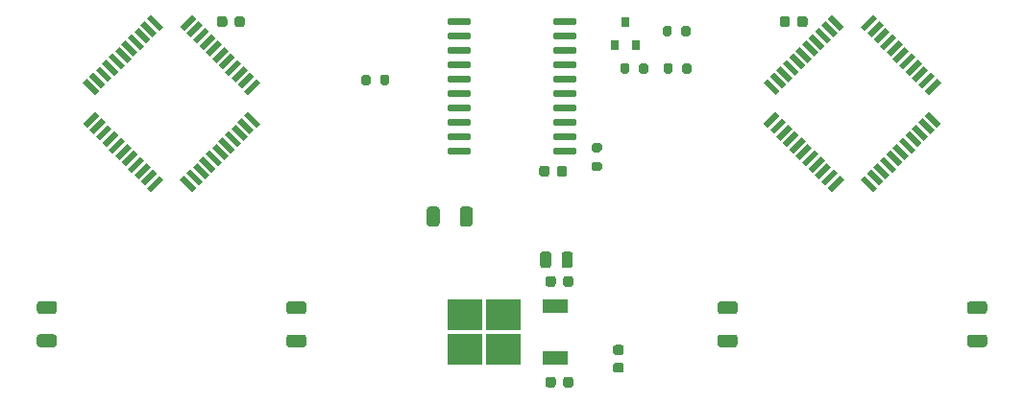
<source format=gbr>
G04 #@! TF.GenerationSoftware,KiCad,Pcbnew,(5.1.8)-1*
G04 #@! TF.CreationDate,2020-11-08T19:12:23+01:00*
G04 #@! TF.ProjectId,MainBoard,4d61696e-426f-4617-9264-2e6b69636164,rev?*
G04 #@! TF.SameCoordinates,Original*
G04 #@! TF.FileFunction,Paste,Top*
G04 #@! TF.FilePolarity,Positive*
%FSLAX46Y46*%
G04 Gerber Fmt 4.6, Leading zero omitted, Abs format (unit mm)*
G04 Created by KiCad (PCBNEW (5.1.8)-1) date 2020-11-08 19:12:23*
%MOMM*%
%LPD*%
G01*
G04 APERTURE LIST*
%ADD10R,3.050000X2.750000*%
%ADD11R,2.200000X1.200000*%
%ADD12R,0.800000X0.900000*%
%ADD13C,0.100000*%
G04 APERTURE END LIST*
G36*
G01*
X84094000Y-23347000D02*
X84094000Y-23897000D01*
G75*
G02*
X83894000Y-24097000I-200000J0D01*
G01*
X83494000Y-24097000D01*
G75*
G02*
X83294000Y-23897000I0J200000D01*
G01*
X83294000Y-23347000D01*
G75*
G02*
X83494000Y-23147000I200000J0D01*
G01*
X83894000Y-23147000D01*
G75*
G02*
X84094000Y-23347000I0J-200000D01*
G01*
G37*
G36*
G01*
X85744000Y-23347000D02*
X85744000Y-23897000D01*
G75*
G02*
X85544000Y-24097000I-200000J0D01*
G01*
X85144000Y-24097000D01*
G75*
G02*
X84944000Y-23897000I0J200000D01*
G01*
X84944000Y-23347000D01*
G75*
G02*
X85144000Y-23147000I200000J0D01*
G01*
X85544000Y-23147000D01*
G75*
G02*
X85744000Y-23347000I0J-200000D01*
G01*
G37*
G36*
G01*
X79118750Y-52902500D02*
X79631250Y-52902500D01*
G75*
G02*
X79850000Y-53121250I0J-218750D01*
G01*
X79850000Y-53558750D01*
G75*
G02*
X79631250Y-53777500I-218750J0D01*
G01*
X79118750Y-53777500D01*
G75*
G02*
X78900000Y-53558750I0J218750D01*
G01*
X78900000Y-53121250D01*
G75*
G02*
X79118750Y-52902500I218750J0D01*
G01*
G37*
G36*
G01*
X79118750Y-51327500D02*
X79631250Y-51327500D01*
G75*
G02*
X79850000Y-51546250I0J-218750D01*
G01*
X79850000Y-51983750D01*
G75*
G02*
X79631250Y-52202500I-218750J0D01*
G01*
X79118750Y-52202500D01*
G75*
G02*
X78900000Y-51983750I0J218750D01*
G01*
X78900000Y-51546250D01*
G75*
G02*
X79118750Y-51327500I218750J0D01*
G01*
G37*
G36*
G01*
X77195000Y-35160000D02*
X77745000Y-35160000D01*
G75*
G02*
X77945000Y-35360000I0J-200000D01*
G01*
X77945000Y-35760000D01*
G75*
G02*
X77745000Y-35960000I-200000J0D01*
G01*
X77195000Y-35960000D01*
G75*
G02*
X76995000Y-35760000I0J200000D01*
G01*
X76995000Y-35360000D01*
G75*
G02*
X77195000Y-35160000I200000J0D01*
G01*
G37*
G36*
G01*
X77195000Y-33510000D02*
X77745000Y-33510000D01*
G75*
G02*
X77945000Y-33710000I0J-200000D01*
G01*
X77945000Y-34110000D01*
G75*
G02*
X77745000Y-34310000I-200000J0D01*
G01*
X77195000Y-34310000D01*
G75*
G02*
X76995000Y-34110000I0J200000D01*
G01*
X76995000Y-33710000D01*
G75*
G02*
X77195000Y-33510000I200000J0D01*
G01*
G37*
G36*
G01*
X58400000Y-28215000D02*
X58400000Y-27665000D01*
G75*
G02*
X58600000Y-27465000I200000J0D01*
G01*
X59000000Y-27465000D01*
G75*
G02*
X59200000Y-27665000I0J-200000D01*
G01*
X59200000Y-28215000D01*
G75*
G02*
X59000000Y-28415000I-200000J0D01*
G01*
X58600000Y-28415000D01*
G75*
G02*
X58400000Y-28215000I0J200000D01*
G01*
G37*
G36*
G01*
X56750000Y-28215000D02*
X56750000Y-27665000D01*
G75*
G02*
X56950000Y-27465000I200000J0D01*
G01*
X57350000Y-27465000D01*
G75*
G02*
X57550000Y-27665000I0J-200000D01*
G01*
X57550000Y-28215000D01*
G75*
G02*
X57350000Y-28415000I-200000J0D01*
G01*
X56950000Y-28415000D01*
G75*
G02*
X56750000Y-28215000I0J200000D01*
G01*
G37*
D10*
X69215000Y-48640000D03*
X65865000Y-51690000D03*
X69215000Y-51690000D03*
X65865000Y-48640000D03*
D11*
X73840000Y-47885000D03*
X73840000Y-52445000D03*
G36*
G01*
X73856000Y-54360000D02*
X73856000Y-54860000D01*
G75*
G02*
X73631000Y-55085000I-225000J0D01*
G01*
X73181000Y-55085000D01*
G75*
G02*
X72956000Y-54860000I0J225000D01*
G01*
X72956000Y-54360000D01*
G75*
G02*
X73181000Y-54135000I225000J0D01*
G01*
X73631000Y-54135000D01*
G75*
G02*
X73856000Y-54360000I0J-225000D01*
G01*
G37*
G36*
G01*
X75406000Y-54360000D02*
X75406000Y-54860000D01*
G75*
G02*
X75181000Y-55085000I-225000J0D01*
G01*
X74731000Y-55085000D01*
G75*
G02*
X74506000Y-54860000I0J225000D01*
G01*
X74506000Y-54360000D01*
G75*
G02*
X74731000Y-54135000I225000J0D01*
G01*
X75181000Y-54135000D01*
G75*
G02*
X75406000Y-54360000I0J-225000D01*
G01*
G37*
G36*
G01*
X65412500Y-40625001D02*
X65412500Y-39374999D01*
G75*
G02*
X65662499Y-39125000I249999J0D01*
G01*
X66287501Y-39125000D01*
G75*
G02*
X66537500Y-39374999I0J-249999D01*
G01*
X66537500Y-40625001D01*
G75*
G02*
X66287501Y-40875000I-249999J0D01*
G01*
X65662499Y-40875000D01*
G75*
G02*
X65412500Y-40625001I0J249999D01*
G01*
G37*
G36*
G01*
X62487500Y-40625001D02*
X62487500Y-39374999D01*
G75*
G02*
X62737499Y-39125000I249999J0D01*
G01*
X63362501Y-39125000D01*
G75*
G02*
X63612500Y-39374999I0J-249999D01*
G01*
X63612500Y-40625001D01*
G75*
G02*
X63362501Y-40875000I-249999J0D01*
G01*
X62737499Y-40875000D01*
G75*
G02*
X62487500Y-40625001I0J249999D01*
G01*
G37*
G36*
G01*
X84157000Y-26649000D02*
X84157000Y-27199000D01*
G75*
G02*
X83957000Y-27399000I-200000J0D01*
G01*
X83557000Y-27399000D01*
G75*
G02*
X83357000Y-27199000I0J200000D01*
G01*
X83357000Y-26649000D01*
G75*
G02*
X83557000Y-26449000I200000J0D01*
G01*
X83957000Y-26449000D01*
G75*
G02*
X84157000Y-26649000I0J-200000D01*
G01*
G37*
G36*
G01*
X85807000Y-26649000D02*
X85807000Y-27199000D01*
G75*
G02*
X85607000Y-27399000I-200000J0D01*
G01*
X85207000Y-27399000D01*
G75*
G02*
X85007000Y-27199000I0J200000D01*
G01*
X85007000Y-26649000D01*
G75*
G02*
X85207000Y-26449000I200000J0D01*
G01*
X85607000Y-26449000D01*
G75*
G02*
X85807000Y-26649000I0J-200000D01*
G01*
G37*
G36*
G01*
X111625001Y-48600000D02*
X110374999Y-48600000D01*
G75*
G02*
X110125000Y-48350001I0J249999D01*
G01*
X110125000Y-47724999D01*
G75*
G02*
X110374999Y-47475000I249999J0D01*
G01*
X111625001Y-47475000D01*
G75*
G02*
X111875000Y-47724999I0J-249999D01*
G01*
X111875000Y-48350001D01*
G75*
G02*
X111625001Y-48600000I-249999J0D01*
G01*
G37*
G36*
G01*
X111625001Y-51525000D02*
X110374999Y-51525000D01*
G75*
G02*
X110125000Y-51275001I0J249999D01*
G01*
X110125000Y-50649999D01*
G75*
G02*
X110374999Y-50400000I249999J0D01*
G01*
X111625001Y-50400000D01*
G75*
G02*
X111875000Y-50649999I0J-249999D01*
G01*
X111875000Y-51275001D01*
G75*
G02*
X111625001Y-51525000I-249999J0D01*
G01*
G37*
G36*
G01*
X89625001Y-48600000D02*
X88374999Y-48600000D01*
G75*
G02*
X88125000Y-48350001I0J249999D01*
G01*
X88125000Y-47724999D01*
G75*
G02*
X88374999Y-47475000I249999J0D01*
G01*
X89625001Y-47475000D01*
G75*
G02*
X89875000Y-47724999I0J-249999D01*
G01*
X89875000Y-48350001D01*
G75*
G02*
X89625001Y-48600000I-249999J0D01*
G01*
G37*
G36*
G01*
X89625001Y-51525000D02*
X88374999Y-51525000D01*
G75*
G02*
X88125000Y-51275001I0J249999D01*
G01*
X88125000Y-50649999D01*
G75*
G02*
X88374999Y-50400000I249999J0D01*
G01*
X89625001Y-50400000D01*
G75*
G02*
X89875000Y-50649999I0J-249999D01*
G01*
X89875000Y-51275001D01*
G75*
G02*
X89625001Y-51525000I-249999J0D01*
G01*
G37*
G36*
G01*
X51625001Y-48600000D02*
X50374999Y-48600000D01*
G75*
G02*
X50125000Y-48350001I0J249999D01*
G01*
X50125000Y-47724999D01*
G75*
G02*
X50374999Y-47475000I249999J0D01*
G01*
X51625001Y-47475000D01*
G75*
G02*
X51875000Y-47724999I0J-249999D01*
G01*
X51875000Y-48350001D01*
G75*
G02*
X51625001Y-48600000I-249999J0D01*
G01*
G37*
G36*
G01*
X51625001Y-51525000D02*
X50374999Y-51525000D01*
G75*
G02*
X50125000Y-51275001I0J249999D01*
G01*
X50125000Y-50649999D01*
G75*
G02*
X50374999Y-50400000I249999J0D01*
G01*
X51625001Y-50400000D01*
G75*
G02*
X51875000Y-50649999I0J-249999D01*
G01*
X51875000Y-51275001D01*
G75*
G02*
X51625001Y-51525000I-249999J0D01*
G01*
G37*
G36*
G01*
X29625001Y-48587500D02*
X28374999Y-48587500D01*
G75*
G02*
X28125000Y-48337501I0J249999D01*
G01*
X28125000Y-47712499D01*
G75*
G02*
X28374999Y-47462500I249999J0D01*
G01*
X29625001Y-47462500D01*
G75*
G02*
X29875000Y-47712499I0J-249999D01*
G01*
X29875000Y-48337501D01*
G75*
G02*
X29625001Y-48587500I-249999J0D01*
G01*
G37*
G36*
G01*
X29625001Y-51512500D02*
X28374999Y-51512500D01*
G75*
G02*
X28125000Y-51262501I0J249999D01*
G01*
X28125000Y-50637499D01*
G75*
G02*
X28374999Y-50387500I249999J0D01*
G01*
X29625001Y-50387500D01*
G75*
G02*
X29875000Y-50637499I0J-249999D01*
G01*
X29875000Y-51262501D01*
G75*
G02*
X29625001Y-51512500I-249999J0D01*
G01*
G37*
G36*
G01*
X73464000Y-43340000D02*
X73464000Y-44290000D01*
G75*
G02*
X73214000Y-44540000I-250000J0D01*
G01*
X72714000Y-44540000D01*
G75*
G02*
X72464000Y-44290000I0J250000D01*
G01*
X72464000Y-43340000D01*
G75*
G02*
X72714000Y-43090000I250000J0D01*
G01*
X73214000Y-43090000D01*
G75*
G02*
X73464000Y-43340000I0J-250000D01*
G01*
G37*
G36*
G01*
X75364000Y-43340000D02*
X75364000Y-44290000D01*
G75*
G02*
X75114000Y-44540000I-250000J0D01*
G01*
X74614000Y-44540000D01*
G75*
G02*
X74364000Y-44290000I0J250000D01*
G01*
X74364000Y-43340000D01*
G75*
G02*
X74614000Y-43090000I250000J0D01*
G01*
X75114000Y-43090000D01*
G75*
G02*
X75364000Y-43340000I0J-250000D01*
G01*
G37*
G36*
G01*
X73856000Y-45470000D02*
X73856000Y-45970000D01*
G75*
G02*
X73631000Y-46195000I-225000J0D01*
G01*
X73181000Y-46195000D01*
G75*
G02*
X72956000Y-45970000I0J225000D01*
G01*
X72956000Y-45470000D01*
G75*
G02*
X73181000Y-45245000I225000J0D01*
G01*
X73631000Y-45245000D01*
G75*
G02*
X73856000Y-45470000I0J-225000D01*
G01*
G37*
G36*
G01*
X75406000Y-45470000D02*
X75406000Y-45970000D01*
G75*
G02*
X75181000Y-46195000I-225000J0D01*
G01*
X74731000Y-46195000D01*
G75*
G02*
X74506000Y-45970000I0J225000D01*
G01*
X74506000Y-45470000D01*
G75*
G02*
X74731000Y-45245000I225000J0D01*
G01*
X75181000Y-45245000D01*
G75*
G02*
X75406000Y-45470000I0J-225000D01*
G01*
G37*
G36*
G01*
X45550000Y-23050000D02*
X45550000Y-22550000D01*
G75*
G02*
X45775000Y-22325000I225000J0D01*
G01*
X46225000Y-22325000D01*
G75*
G02*
X46450000Y-22550000I0J-225000D01*
G01*
X46450000Y-23050000D01*
G75*
G02*
X46225000Y-23275000I-225000J0D01*
G01*
X45775000Y-23275000D01*
G75*
G02*
X45550000Y-23050000I0J225000D01*
G01*
G37*
G36*
G01*
X44000000Y-23050000D02*
X44000000Y-22550000D01*
G75*
G02*
X44225000Y-22325000I225000J0D01*
G01*
X44675000Y-22325000D01*
G75*
G02*
X44900000Y-22550000I0J-225000D01*
G01*
X44900000Y-23050000D01*
G75*
G02*
X44675000Y-23275000I-225000J0D01*
G01*
X44225000Y-23275000D01*
G75*
G02*
X44000000Y-23050000I0J225000D01*
G01*
G37*
G36*
G01*
X95150000Y-23050000D02*
X95150000Y-22550000D01*
G75*
G02*
X95375000Y-22325000I225000J0D01*
G01*
X95825000Y-22325000D01*
G75*
G02*
X96050000Y-22550000I0J-225000D01*
G01*
X96050000Y-23050000D01*
G75*
G02*
X95825000Y-23275000I-225000J0D01*
G01*
X95375000Y-23275000D01*
G75*
G02*
X95150000Y-23050000I0J225000D01*
G01*
G37*
G36*
G01*
X93600000Y-23050000D02*
X93600000Y-22550000D01*
G75*
G02*
X93825000Y-22325000I225000J0D01*
G01*
X94275000Y-22325000D01*
G75*
G02*
X94500000Y-22550000I0J-225000D01*
G01*
X94500000Y-23050000D01*
G75*
G02*
X94275000Y-23275000I-225000J0D01*
G01*
X93825000Y-23275000D01*
G75*
G02*
X93600000Y-23050000I0J225000D01*
G01*
G37*
G36*
G01*
X73300000Y-35750000D02*
X73300000Y-36250000D01*
G75*
G02*
X73075000Y-36475000I-225000J0D01*
G01*
X72625000Y-36475000D01*
G75*
G02*
X72400000Y-36250000I0J225000D01*
G01*
X72400000Y-35750000D01*
G75*
G02*
X72625000Y-35525000I225000J0D01*
G01*
X73075000Y-35525000D01*
G75*
G02*
X73300000Y-35750000I0J-225000D01*
G01*
G37*
G36*
G01*
X74850000Y-35750000D02*
X74850000Y-36250000D01*
G75*
G02*
X74625000Y-36475000I-225000J0D01*
G01*
X74175000Y-36475000D01*
G75*
G02*
X73950000Y-36250000I0J225000D01*
G01*
X73950000Y-35750000D01*
G75*
G02*
X74175000Y-35525000I225000J0D01*
G01*
X74625000Y-35525000D01*
G75*
G02*
X74850000Y-35750000I0J-225000D01*
G01*
G37*
G36*
G01*
X80347000Y-26649000D02*
X80347000Y-27199000D01*
G75*
G02*
X80147000Y-27399000I-200000J0D01*
G01*
X79747000Y-27399000D01*
G75*
G02*
X79547000Y-27199000I0J200000D01*
G01*
X79547000Y-26649000D01*
G75*
G02*
X79747000Y-26449000I200000J0D01*
G01*
X80147000Y-26449000D01*
G75*
G02*
X80347000Y-26649000I0J-200000D01*
G01*
G37*
G36*
G01*
X81997000Y-26649000D02*
X81997000Y-27199000D01*
G75*
G02*
X81797000Y-27399000I-200000J0D01*
G01*
X81397000Y-27399000D01*
G75*
G02*
X81197000Y-27199000I0J200000D01*
G01*
X81197000Y-26649000D01*
G75*
G02*
X81397000Y-26449000I200000J0D01*
G01*
X81797000Y-26449000D01*
G75*
G02*
X81997000Y-26649000I0J-200000D01*
G01*
G37*
D12*
X80010000Y-22876000D03*
X80960000Y-24876000D03*
X79060000Y-24876000D03*
G36*
G01*
X66375000Y-34065000D02*
X66375000Y-34365000D01*
G75*
G02*
X66225000Y-34515000I-150000J0D01*
G01*
X64475000Y-34515000D01*
G75*
G02*
X64325000Y-34365000I0J150000D01*
G01*
X64325000Y-34065000D01*
G75*
G02*
X64475000Y-33915000I150000J0D01*
G01*
X66225000Y-33915000D01*
G75*
G02*
X66375000Y-34065000I0J-150000D01*
G01*
G37*
G36*
G01*
X66375000Y-32795000D02*
X66375000Y-33095000D01*
G75*
G02*
X66225000Y-33245000I-150000J0D01*
G01*
X64475000Y-33245000D01*
G75*
G02*
X64325000Y-33095000I0J150000D01*
G01*
X64325000Y-32795000D01*
G75*
G02*
X64475000Y-32645000I150000J0D01*
G01*
X66225000Y-32645000D01*
G75*
G02*
X66375000Y-32795000I0J-150000D01*
G01*
G37*
G36*
G01*
X66375000Y-31525000D02*
X66375000Y-31825000D01*
G75*
G02*
X66225000Y-31975000I-150000J0D01*
G01*
X64475000Y-31975000D01*
G75*
G02*
X64325000Y-31825000I0J150000D01*
G01*
X64325000Y-31525000D01*
G75*
G02*
X64475000Y-31375000I150000J0D01*
G01*
X66225000Y-31375000D01*
G75*
G02*
X66375000Y-31525000I0J-150000D01*
G01*
G37*
G36*
G01*
X66375000Y-30255000D02*
X66375000Y-30555000D01*
G75*
G02*
X66225000Y-30705000I-150000J0D01*
G01*
X64475000Y-30705000D01*
G75*
G02*
X64325000Y-30555000I0J150000D01*
G01*
X64325000Y-30255000D01*
G75*
G02*
X64475000Y-30105000I150000J0D01*
G01*
X66225000Y-30105000D01*
G75*
G02*
X66375000Y-30255000I0J-150000D01*
G01*
G37*
G36*
G01*
X66375000Y-28985000D02*
X66375000Y-29285000D01*
G75*
G02*
X66225000Y-29435000I-150000J0D01*
G01*
X64475000Y-29435000D01*
G75*
G02*
X64325000Y-29285000I0J150000D01*
G01*
X64325000Y-28985000D01*
G75*
G02*
X64475000Y-28835000I150000J0D01*
G01*
X66225000Y-28835000D01*
G75*
G02*
X66375000Y-28985000I0J-150000D01*
G01*
G37*
G36*
G01*
X66375000Y-27715000D02*
X66375000Y-28015000D01*
G75*
G02*
X66225000Y-28165000I-150000J0D01*
G01*
X64475000Y-28165000D01*
G75*
G02*
X64325000Y-28015000I0J150000D01*
G01*
X64325000Y-27715000D01*
G75*
G02*
X64475000Y-27565000I150000J0D01*
G01*
X66225000Y-27565000D01*
G75*
G02*
X66375000Y-27715000I0J-150000D01*
G01*
G37*
G36*
G01*
X66375000Y-26445000D02*
X66375000Y-26745000D01*
G75*
G02*
X66225000Y-26895000I-150000J0D01*
G01*
X64475000Y-26895000D01*
G75*
G02*
X64325000Y-26745000I0J150000D01*
G01*
X64325000Y-26445000D01*
G75*
G02*
X64475000Y-26295000I150000J0D01*
G01*
X66225000Y-26295000D01*
G75*
G02*
X66375000Y-26445000I0J-150000D01*
G01*
G37*
G36*
G01*
X66375000Y-25175000D02*
X66375000Y-25475000D01*
G75*
G02*
X66225000Y-25625000I-150000J0D01*
G01*
X64475000Y-25625000D01*
G75*
G02*
X64325000Y-25475000I0J150000D01*
G01*
X64325000Y-25175000D01*
G75*
G02*
X64475000Y-25025000I150000J0D01*
G01*
X66225000Y-25025000D01*
G75*
G02*
X66375000Y-25175000I0J-150000D01*
G01*
G37*
G36*
G01*
X66375000Y-23905000D02*
X66375000Y-24205000D01*
G75*
G02*
X66225000Y-24355000I-150000J0D01*
G01*
X64475000Y-24355000D01*
G75*
G02*
X64325000Y-24205000I0J150000D01*
G01*
X64325000Y-23905000D01*
G75*
G02*
X64475000Y-23755000I150000J0D01*
G01*
X66225000Y-23755000D01*
G75*
G02*
X66375000Y-23905000I0J-150000D01*
G01*
G37*
G36*
G01*
X66375000Y-22635000D02*
X66375000Y-22935000D01*
G75*
G02*
X66225000Y-23085000I-150000J0D01*
G01*
X64475000Y-23085000D01*
G75*
G02*
X64325000Y-22935000I0J150000D01*
G01*
X64325000Y-22635000D01*
G75*
G02*
X64475000Y-22485000I150000J0D01*
G01*
X66225000Y-22485000D01*
G75*
G02*
X66375000Y-22635000I0J-150000D01*
G01*
G37*
G36*
G01*
X75675000Y-22635000D02*
X75675000Y-22935000D01*
G75*
G02*
X75525000Y-23085000I-150000J0D01*
G01*
X73775000Y-23085000D01*
G75*
G02*
X73625000Y-22935000I0J150000D01*
G01*
X73625000Y-22635000D01*
G75*
G02*
X73775000Y-22485000I150000J0D01*
G01*
X75525000Y-22485000D01*
G75*
G02*
X75675000Y-22635000I0J-150000D01*
G01*
G37*
G36*
G01*
X75675000Y-23905000D02*
X75675000Y-24205000D01*
G75*
G02*
X75525000Y-24355000I-150000J0D01*
G01*
X73775000Y-24355000D01*
G75*
G02*
X73625000Y-24205000I0J150000D01*
G01*
X73625000Y-23905000D01*
G75*
G02*
X73775000Y-23755000I150000J0D01*
G01*
X75525000Y-23755000D01*
G75*
G02*
X75675000Y-23905000I0J-150000D01*
G01*
G37*
G36*
G01*
X75675000Y-25175000D02*
X75675000Y-25475000D01*
G75*
G02*
X75525000Y-25625000I-150000J0D01*
G01*
X73775000Y-25625000D01*
G75*
G02*
X73625000Y-25475000I0J150000D01*
G01*
X73625000Y-25175000D01*
G75*
G02*
X73775000Y-25025000I150000J0D01*
G01*
X75525000Y-25025000D01*
G75*
G02*
X75675000Y-25175000I0J-150000D01*
G01*
G37*
G36*
G01*
X75675000Y-26445000D02*
X75675000Y-26745000D01*
G75*
G02*
X75525000Y-26895000I-150000J0D01*
G01*
X73775000Y-26895000D01*
G75*
G02*
X73625000Y-26745000I0J150000D01*
G01*
X73625000Y-26445000D01*
G75*
G02*
X73775000Y-26295000I150000J0D01*
G01*
X75525000Y-26295000D01*
G75*
G02*
X75675000Y-26445000I0J-150000D01*
G01*
G37*
G36*
G01*
X75675000Y-27715000D02*
X75675000Y-28015000D01*
G75*
G02*
X75525000Y-28165000I-150000J0D01*
G01*
X73775000Y-28165000D01*
G75*
G02*
X73625000Y-28015000I0J150000D01*
G01*
X73625000Y-27715000D01*
G75*
G02*
X73775000Y-27565000I150000J0D01*
G01*
X75525000Y-27565000D01*
G75*
G02*
X75675000Y-27715000I0J-150000D01*
G01*
G37*
G36*
G01*
X75675000Y-28985000D02*
X75675000Y-29285000D01*
G75*
G02*
X75525000Y-29435000I-150000J0D01*
G01*
X73775000Y-29435000D01*
G75*
G02*
X73625000Y-29285000I0J150000D01*
G01*
X73625000Y-28985000D01*
G75*
G02*
X73775000Y-28835000I150000J0D01*
G01*
X75525000Y-28835000D01*
G75*
G02*
X75675000Y-28985000I0J-150000D01*
G01*
G37*
G36*
G01*
X75675000Y-30255000D02*
X75675000Y-30555000D01*
G75*
G02*
X75525000Y-30705000I-150000J0D01*
G01*
X73775000Y-30705000D01*
G75*
G02*
X73625000Y-30555000I0J150000D01*
G01*
X73625000Y-30255000D01*
G75*
G02*
X73775000Y-30105000I150000J0D01*
G01*
X75525000Y-30105000D01*
G75*
G02*
X75675000Y-30255000I0J-150000D01*
G01*
G37*
G36*
G01*
X75675000Y-31525000D02*
X75675000Y-31825000D01*
G75*
G02*
X75525000Y-31975000I-150000J0D01*
G01*
X73775000Y-31975000D01*
G75*
G02*
X73625000Y-31825000I0J150000D01*
G01*
X73625000Y-31525000D01*
G75*
G02*
X73775000Y-31375000I150000J0D01*
G01*
X75525000Y-31375000D01*
G75*
G02*
X75675000Y-31525000I0J-150000D01*
G01*
G37*
G36*
G01*
X75675000Y-32795000D02*
X75675000Y-33095000D01*
G75*
G02*
X75525000Y-33245000I-150000J0D01*
G01*
X73775000Y-33245000D01*
G75*
G02*
X73625000Y-33095000I0J150000D01*
G01*
X73625000Y-32795000D01*
G75*
G02*
X73775000Y-32645000I150000J0D01*
G01*
X75525000Y-32645000D01*
G75*
G02*
X75675000Y-32795000I0J-150000D01*
G01*
G37*
G36*
G01*
X75675000Y-34065000D02*
X75675000Y-34365000D01*
G75*
G02*
X75525000Y-34515000I-150000J0D01*
G01*
X73775000Y-34515000D01*
G75*
G02*
X73625000Y-34365000I0J150000D01*
G01*
X73625000Y-34065000D01*
G75*
G02*
X73775000Y-33915000I150000J0D01*
G01*
X75525000Y-33915000D01*
G75*
G02*
X75675000Y-34065000I0J-150000D01*
G01*
G37*
D13*
G36*
X99264609Y-36759941D02*
G01*
X98203949Y-37820601D01*
X97836253Y-37452905D01*
X98896913Y-36392245D01*
X99264609Y-36759941D01*
G37*
G36*
X98698924Y-36194256D02*
G01*
X97638264Y-37254916D01*
X97270568Y-36887220D01*
X98331228Y-35826560D01*
X98698924Y-36194256D01*
G37*
G36*
X98133238Y-35628570D02*
G01*
X97072578Y-36689230D01*
X96704882Y-36321534D01*
X97765542Y-35260874D01*
X98133238Y-35628570D01*
G37*
G36*
X97567553Y-35062885D02*
G01*
X96506893Y-36123545D01*
X96139197Y-35755849D01*
X97199857Y-34695189D01*
X97567553Y-35062885D01*
G37*
G36*
X97001867Y-34497199D02*
G01*
X95941207Y-35557859D01*
X95573511Y-35190163D01*
X96634171Y-34129503D01*
X97001867Y-34497199D01*
G37*
G36*
X96436182Y-33931514D02*
G01*
X95375522Y-34992174D01*
X95007826Y-34624478D01*
X96068486Y-33563818D01*
X96436182Y-33931514D01*
G37*
G36*
X95870497Y-33365829D02*
G01*
X94809837Y-34426489D01*
X94442141Y-34058793D01*
X95502801Y-32998133D01*
X95870497Y-33365829D01*
G37*
G36*
X95304811Y-32800143D02*
G01*
X94244151Y-33860803D01*
X93876455Y-33493107D01*
X94937115Y-32432447D01*
X95304811Y-32800143D01*
G37*
G36*
X94739126Y-32234458D02*
G01*
X93678466Y-33295118D01*
X93310770Y-32927422D01*
X94371430Y-31866762D01*
X94739126Y-32234458D01*
G37*
G36*
X94173440Y-31668772D02*
G01*
X93112780Y-32729432D01*
X92745084Y-32361736D01*
X93805744Y-31301076D01*
X94173440Y-31668772D01*
G37*
G36*
X93607755Y-31103087D02*
G01*
X92547095Y-32163747D01*
X92179399Y-31796051D01*
X93240059Y-30735391D01*
X93607755Y-31103087D01*
G37*
G36*
X93607755Y-28896913D02*
G01*
X93240059Y-29264609D01*
X92179399Y-28203949D01*
X92547095Y-27836253D01*
X93607755Y-28896913D01*
G37*
G36*
X94173440Y-28331228D02*
G01*
X93805744Y-28698924D01*
X92745084Y-27638264D01*
X93112780Y-27270568D01*
X94173440Y-28331228D01*
G37*
G36*
X94739126Y-27765542D02*
G01*
X94371430Y-28133238D01*
X93310770Y-27072578D01*
X93678466Y-26704882D01*
X94739126Y-27765542D01*
G37*
G36*
X95304811Y-27199857D02*
G01*
X94937115Y-27567553D01*
X93876455Y-26506893D01*
X94244151Y-26139197D01*
X95304811Y-27199857D01*
G37*
G36*
X95870497Y-26634171D02*
G01*
X95502801Y-27001867D01*
X94442141Y-25941207D01*
X94809837Y-25573511D01*
X95870497Y-26634171D01*
G37*
G36*
X96436182Y-26068486D02*
G01*
X96068486Y-26436182D01*
X95007826Y-25375522D01*
X95375522Y-25007826D01*
X96436182Y-26068486D01*
G37*
G36*
X97001867Y-25502801D02*
G01*
X96634171Y-25870497D01*
X95573511Y-24809837D01*
X95941207Y-24442141D01*
X97001867Y-25502801D01*
G37*
G36*
X97567553Y-24937115D02*
G01*
X97199857Y-25304811D01*
X96139197Y-24244151D01*
X96506893Y-23876455D01*
X97567553Y-24937115D01*
G37*
G36*
X98133238Y-24371430D02*
G01*
X97765542Y-24739126D01*
X96704882Y-23678466D01*
X97072578Y-23310770D01*
X98133238Y-24371430D01*
G37*
G36*
X98698924Y-23805744D02*
G01*
X98331228Y-24173440D01*
X97270568Y-23112780D01*
X97638264Y-22745084D01*
X98698924Y-23805744D01*
G37*
G36*
X99264609Y-23240059D02*
G01*
X98896913Y-23607755D01*
X97836253Y-22547095D01*
X98203949Y-22179399D01*
X99264609Y-23240059D01*
G37*
G36*
X102163747Y-22547095D02*
G01*
X101103087Y-23607755D01*
X100735391Y-23240059D01*
X101796051Y-22179399D01*
X102163747Y-22547095D01*
G37*
G36*
X102729432Y-23112780D02*
G01*
X101668772Y-24173440D01*
X101301076Y-23805744D01*
X102361736Y-22745084D01*
X102729432Y-23112780D01*
G37*
G36*
X103295118Y-23678466D02*
G01*
X102234458Y-24739126D01*
X101866762Y-24371430D01*
X102927422Y-23310770D01*
X103295118Y-23678466D01*
G37*
G36*
X103860803Y-24244151D02*
G01*
X102800143Y-25304811D01*
X102432447Y-24937115D01*
X103493107Y-23876455D01*
X103860803Y-24244151D01*
G37*
G36*
X104426489Y-24809837D02*
G01*
X103365829Y-25870497D01*
X102998133Y-25502801D01*
X104058793Y-24442141D01*
X104426489Y-24809837D01*
G37*
G36*
X104992174Y-25375522D02*
G01*
X103931514Y-26436182D01*
X103563818Y-26068486D01*
X104624478Y-25007826D01*
X104992174Y-25375522D01*
G37*
G36*
X105557859Y-25941207D02*
G01*
X104497199Y-27001867D01*
X104129503Y-26634171D01*
X105190163Y-25573511D01*
X105557859Y-25941207D01*
G37*
G36*
X106123545Y-26506893D02*
G01*
X105062885Y-27567553D01*
X104695189Y-27199857D01*
X105755849Y-26139197D01*
X106123545Y-26506893D01*
G37*
G36*
X106689230Y-27072578D02*
G01*
X105628570Y-28133238D01*
X105260874Y-27765542D01*
X106321534Y-26704882D01*
X106689230Y-27072578D01*
G37*
G36*
X107254916Y-27638264D02*
G01*
X106194256Y-28698924D01*
X105826560Y-28331228D01*
X106887220Y-27270568D01*
X107254916Y-27638264D01*
G37*
G36*
X107820601Y-28203949D02*
G01*
X106759941Y-29264609D01*
X106392245Y-28896913D01*
X107452905Y-27836253D01*
X107820601Y-28203949D01*
G37*
G36*
X107820601Y-31796051D02*
G01*
X107452905Y-32163747D01*
X106392245Y-31103087D01*
X106759941Y-30735391D01*
X107820601Y-31796051D01*
G37*
G36*
X107254916Y-32361736D02*
G01*
X106887220Y-32729432D01*
X105826560Y-31668772D01*
X106194256Y-31301076D01*
X107254916Y-32361736D01*
G37*
G36*
X106689230Y-32927422D02*
G01*
X106321534Y-33295118D01*
X105260874Y-32234458D01*
X105628570Y-31866762D01*
X106689230Y-32927422D01*
G37*
G36*
X106123545Y-33493107D02*
G01*
X105755849Y-33860803D01*
X104695189Y-32800143D01*
X105062885Y-32432447D01*
X106123545Y-33493107D01*
G37*
G36*
X105557859Y-34058793D02*
G01*
X105190163Y-34426489D01*
X104129503Y-33365829D01*
X104497199Y-32998133D01*
X105557859Y-34058793D01*
G37*
G36*
X104992174Y-34624478D02*
G01*
X104624478Y-34992174D01*
X103563818Y-33931514D01*
X103931514Y-33563818D01*
X104992174Y-34624478D01*
G37*
G36*
X104426489Y-35190163D02*
G01*
X104058793Y-35557859D01*
X102998133Y-34497199D01*
X103365829Y-34129503D01*
X104426489Y-35190163D01*
G37*
G36*
X103860803Y-35755849D02*
G01*
X103493107Y-36123545D01*
X102432447Y-35062885D01*
X102800143Y-34695189D01*
X103860803Y-35755849D01*
G37*
G36*
X103295118Y-36321534D02*
G01*
X102927422Y-36689230D01*
X101866762Y-35628570D01*
X102234458Y-35260874D01*
X103295118Y-36321534D01*
G37*
G36*
X102729432Y-36887220D02*
G01*
X102361736Y-37254916D01*
X101301076Y-36194256D01*
X101668772Y-35826560D01*
X102729432Y-36887220D01*
G37*
G36*
X102163747Y-37452905D02*
G01*
X101796051Y-37820601D01*
X100735391Y-36759941D01*
X101103087Y-36392245D01*
X102163747Y-37452905D01*
G37*
G36*
X33240059Y-29264609D02*
G01*
X32179399Y-28203949D01*
X32547095Y-27836253D01*
X33607755Y-28896913D01*
X33240059Y-29264609D01*
G37*
G36*
X33805744Y-28698924D02*
G01*
X32745084Y-27638264D01*
X33112780Y-27270568D01*
X34173440Y-28331228D01*
X33805744Y-28698924D01*
G37*
G36*
X34371430Y-28133238D02*
G01*
X33310770Y-27072578D01*
X33678466Y-26704882D01*
X34739126Y-27765542D01*
X34371430Y-28133238D01*
G37*
G36*
X34937115Y-27567553D02*
G01*
X33876455Y-26506893D01*
X34244151Y-26139197D01*
X35304811Y-27199857D01*
X34937115Y-27567553D01*
G37*
G36*
X35502801Y-27001867D02*
G01*
X34442141Y-25941207D01*
X34809837Y-25573511D01*
X35870497Y-26634171D01*
X35502801Y-27001867D01*
G37*
G36*
X36068486Y-26436182D02*
G01*
X35007826Y-25375522D01*
X35375522Y-25007826D01*
X36436182Y-26068486D01*
X36068486Y-26436182D01*
G37*
G36*
X36634171Y-25870497D02*
G01*
X35573511Y-24809837D01*
X35941207Y-24442141D01*
X37001867Y-25502801D01*
X36634171Y-25870497D01*
G37*
G36*
X37199857Y-25304811D02*
G01*
X36139197Y-24244151D01*
X36506893Y-23876455D01*
X37567553Y-24937115D01*
X37199857Y-25304811D01*
G37*
G36*
X37765542Y-24739126D02*
G01*
X36704882Y-23678466D01*
X37072578Y-23310770D01*
X38133238Y-24371430D01*
X37765542Y-24739126D01*
G37*
G36*
X38331228Y-24173440D02*
G01*
X37270568Y-23112780D01*
X37638264Y-22745084D01*
X38698924Y-23805744D01*
X38331228Y-24173440D01*
G37*
G36*
X38896913Y-23607755D02*
G01*
X37836253Y-22547095D01*
X38203949Y-22179399D01*
X39264609Y-23240059D01*
X38896913Y-23607755D01*
G37*
G36*
X41103087Y-23607755D02*
G01*
X40735391Y-23240059D01*
X41796051Y-22179399D01*
X42163747Y-22547095D01*
X41103087Y-23607755D01*
G37*
G36*
X41668772Y-24173440D02*
G01*
X41301076Y-23805744D01*
X42361736Y-22745084D01*
X42729432Y-23112780D01*
X41668772Y-24173440D01*
G37*
G36*
X42234458Y-24739126D02*
G01*
X41866762Y-24371430D01*
X42927422Y-23310770D01*
X43295118Y-23678466D01*
X42234458Y-24739126D01*
G37*
G36*
X42800143Y-25304811D02*
G01*
X42432447Y-24937115D01*
X43493107Y-23876455D01*
X43860803Y-24244151D01*
X42800143Y-25304811D01*
G37*
G36*
X43365829Y-25870497D02*
G01*
X42998133Y-25502801D01*
X44058793Y-24442141D01*
X44426489Y-24809837D01*
X43365829Y-25870497D01*
G37*
G36*
X43931514Y-26436182D02*
G01*
X43563818Y-26068486D01*
X44624478Y-25007826D01*
X44992174Y-25375522D01*
X43931514Y-26436182D01*
G37*
G36*
X44497199Y-27001867D02*
G01*
X44129503Y-26634171D01*
X45190163Y-25573511D01*
X45557859Y-25941207D01*
X44497199Y-27001867D01*
G37*
G36*
X45062885Y-27567553D02*
G01*
X44695189Y-27199857D01*
X45755849Y-26139197D01*
X46123545Y-26506893D01*
X45062885Y-27567553D01*
G37*
G36*
X45628570Y-28133238D02*
G01*
X45260874Y-27765542D01*
X46321534Y-26704882D01*
X46689230Y-27072578D01*
X45628570Y-28133238D01*
G37*
G36*
X46194256Y-28698924D02*
G01*
X45826560Y-28331228D01*
X46887220Y-27270568D01*
X47254916Y-27638264D01*
X46194256Y-28698924D01*
G37*
G36*
X46759941Y-29264609D02*
G01*
X46392245Y-28896913D01*
X47452905Y-27836253D01*
X47820601Y-28203949D01*
X46759941Y-29264609D01*
G37*
G36*
X47452905Y-32163747D02*
G01*
X46392245Y-31103087D01*
X46759941Y-30735391D01*
X47820601Y-31796051D01*
X47452905Y-32163747D01*
G37*
G36*
X46887220Y-32729432D02*
G01*
X45826560Y-31668772D01*
X46194256Y-31301076D01*
X47254916Y-32361736D01*
X46887220Y-32729432D01*
G37*
G36*
X46321534Y-33295118D02*
G01*
X45260874Y-32234458D01*
X45628570Y-31866762D01*
X46689230Y-32927422D01*
X46321534Y-33295118D01*
G37*
G36*
X45755849Y-33860803D02*
G01*
X44695189Y-32800143D01*
X45062885Y-32432447D01*
X46123545Y-33493107D01*
X45755849Y-33860803D01*
G37*
G36*
X45190163Y-34426489D02*
G01*
X44129503Y-33365829D01*
X44497199Y-32998133D01*
X45557859Y-34058793D01*
X45190163Y-34426489D01*
G37*
G36*
X44624478Y-34992174D02*
G01*
X43563818Y-33931514D01*
X43931514Y-33563818D01*
X44992174Y-34624478D01*
X44624478Y-34992174D01*
G37*
G36*
X44058793Y-35557859D02*
G01*
X42998133Y-34497199D01*
X43365829Y-34129503D01*
X44426489Y-35190163D01*
X44058793Y-35557859D01*
G37*
G36*
X43493107Y-36123545D02*
G01*
X42432447Y-35062885D01*
X42800143Y-34695189D01*
X43860803Y-35755849D01*
X43493107Y-36123545D01*
G37*
G36*
X42927422Y-36689230D02*
G01*
X41866762Y-35628570D01*
X42234458Y-35260874D01*
X43295118Y-36321534D01*
X42927422Y-36689230D01*
G37*
G36*
X42361736Y-37254916D02*
G01*
X41301076Y-36194256D01*
X41668772Y-35826560D01*
X42729432Y-36887220D01*
X42361736Y-37254916D01*
G37*
G36*
X41796051Y-37820601D02*
G01*
X40735391Y-36759941D01*
X41103087Y-36392245D01*
X42163747Y-37452905D01*
X41796051Y-37820601D01*
G37*
G36*
X38203949Y-37820601D02*
G01*
X37836253Y-37452905D01*
X38896913Y-36392245D01*
X39264609Y-36759941D01*
X38203949Y-37820601D01*
G37*
G36*
X37638264Y-37254916D02*
G01*
X37270568Y-36887220D01*
X38331228Y-35826560D01*
X38698924Y-36194256D01*
X37638264Y-37254916D01*
G37*
G36*
X37072578Y-36689230D02*
G01*
X36704882Y-36321534D01*
X37765542Y-35260874D01*
X38133238Y-35628570D01*
X37072578Y-36689230D01*
G37*
G36*
X36506893Y-36123545D02*
G01*
X36139197Y-35755849D01*
X37199857Y-34695189D01*
X37567553Y-35062885D01*
X36506893Y-36123545D01*
G37*
G36*
X35941207Y-35557859D02*
G01*
X35573511Y-35190163D01*
X36634171Y-34129503D01*
X37001867Y-34497199D01*
X35941207Y-35557859D01*
G37*
G36*
X35375522Y-34992174D02*
G01*
X35007826Y-34624478D01*
X36068486Y-33563818D01*
X36436182Y-33931514D01*
X35375522Y-34992174D01*
G37*
G36*
X34809837Y-34426489D02*
G01*
X34442141Y-34058793D01*
X35502801Y-32998133D01*
X35870497Y-33365829D01*
X34809837Y-34426489D01*
G37*
G36*
X34244151Y-33860803D02*
G01*
X33876455Y-33493107D01*
X34937115Y-32432447D01*
X35304811Y-32800143D01*
X34244151Y-33860803D01*
G37*
G36*
X33678466Y-33295118D02*
G01*
X33310770Y-32927422D01*
X34371430Y-31866762D01*
X34739126Y-32234458D01*
X33678466Y-33295118D01*
G37*
G36*
X33112780Y-32729432D02*
G01*
X32745084Y-32361736D01*
X33805744Y-31301076D01*
X34173440Y-31668772D01*
X33112780Y-32729432D01*
G37*
G36*
X32547095Y-32163747D02*
G01*
X32179399Y-31796051D01*
X33240059Y-30735391D01*
X33607755Y-31103087D01*
X32547095Y-32163747D01*
G37*
M02*

</source>
